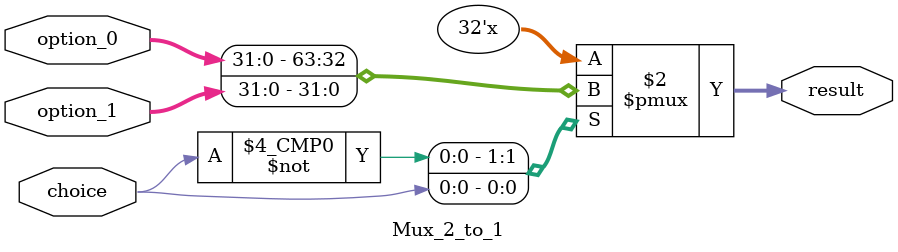
<source format=v>
`timescale 1ns / 1ps


module Mux_2_to_1 #(parameter WIDTH = 32) (
           input [WIDTH - 1: 0] option_0,
           input [WIDTH - 1: 0] option_1,
           input choice ,
           output reg [WIDTH - 1: 0] result
       );

always @( * )

case (choice)
    1'b0: result = option_0;
    1'b1: result = option_1;
endcase

endmodule

</source>
